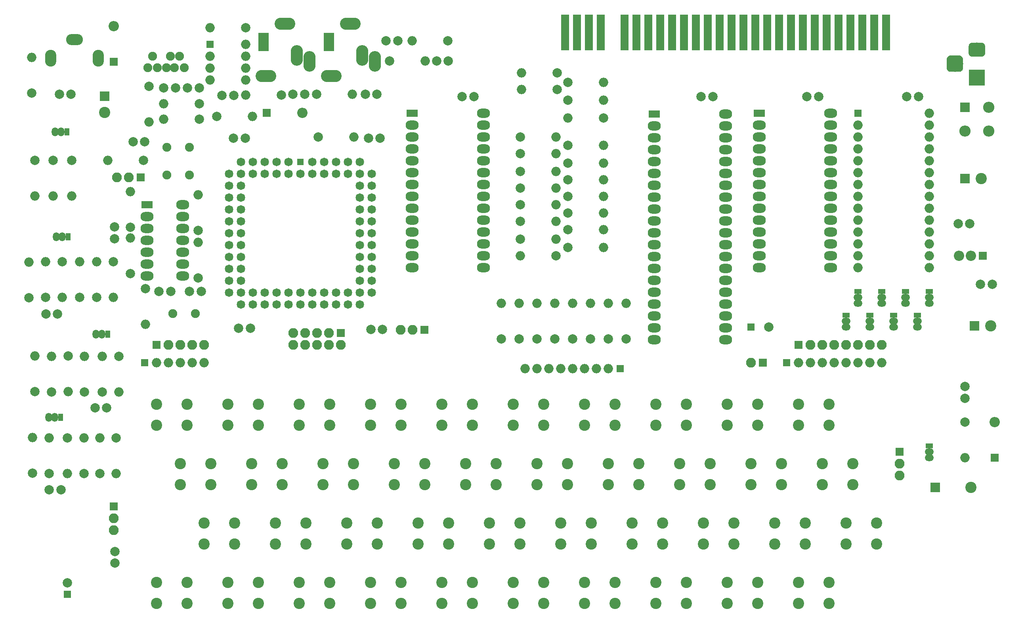
<source format=gbr>
G04 #@! TF.GenerationSoftware,KiCad,Pcbnew,5.0.0-rc2-be01b52~65~ubuntu18.04.1*
G04 #@! TF.CreationDate,2018-06-08T14:45:29+04:00*
G04 #@! TF.ProjectId,max48_ISSUE4,6D617834385F4953535545342E6B6963,rev?*
G04 #@! TF.SameCoordinates,Original*
G04 #@! TF.FileFunction,Soldermask,Bot*
G04 #@! TF.FilePolarity,Negative*
%FSLAX46Y46*%
G04 Gerber Fmt 4.6, Leading zero omitted, Abs format (unit mm)*
G04 Created by KiCad (PCBNEW 5.0.0-rc2-be01b52~65~ubuntu18.04.1) date Fri Jun  8 14:45:29 2018*
%MOMM*%
%LPD*%
G01*
G04 APERTURE LIST*
%ADD10C,1.900000*%
%ADD11R,1.778000X7.620000*%
%ADD12R,2.400000X1.600000*%
%ADD13O,2.800000X2.000000*%
%ADD14R,1.600000X1.600000*%
%ADD15C,2.000000*%
%ADD16R,1.500000X1.050000*%
%ADD17O,1.900000X1.450000*%
%ADD18C,2.400000*%
%ADD19O,2.000000X2.000000*%
%ADD20R,2.000000X2.000000*%
%ADD21O,2.400000X2.400000*%
%ADD22R,3.500000X3.500000*%
%ADD23C,0.100000*%
%ADD24C,3.000000*%
%ADD25C,3.500000*%
%ADD26R,1.800000X1.800000*%
%ADD27O,2.200000X2.200000*%
%ADD28R,2.200000X4.000000*%
%ADD29O,4.400000X2.600000*%
%ADD30O,2.600000X4.400000*%
%ADD31R,1.700000X1.700000*%
%ADD32O,2.100000X2.100000*%
%ADD33C,1.822400*%
%ADD34R,1.422400X1.422400*%
%ADD35O,1.450000X1.900000*%
%ADD36R,1.050000X1.500000*%
%ADD37O,2.398980X3.597860*%
%ADD38O,3.597860X2.398980*%
%ADD39C,1.901140*%
G04 APERTURE END LIST*
D10*
G04 #@! TO.C,Y1*
X66749000Y-57658000D03*
X61849000Y-57658000D03*
G04 #@! TD*
D11*
G04 #@! TO.C,J3*
X215592000Y-27154500D03*
X213052000Y-27154500D03*
X210512000Y-27154500D03*
X207972000Y-27154500D03*
X205432000Y-27154500D03*
X202892000Y-27154500D03*
X200352000Y-27154500D03*
X197812000Y-27154500D03*
X195272000Y-27154500D03*
X192732000Y-27154500D03*
X190192000Y-27154500D03*
X187652000Y-27154500D03*
X185112000Y-27154500D03*
X182572000Y-27154500D03*
X180032000Y-27154500D03*
X177492000Y-27154500D03*
X174952000Y-27154500D03*
X172412000Y-27154500D03*
X169872000Y-27154500D03*
X167332000Y-27154500D03*
X164792000Y-27154500D03*
X162252000Y-27154500D03*
X159712000Y-27154500D03*
X154632000Y-27154500D03*
X152092000Y-27154500D03*
X149552000Y-27154500D03*
X147012000Y-27154500D03*
G04 #@! TD*
D12*
G04 #@! TO.C,U1*
X165989000Y-44577000D03*
D13*
X181229000Y-92837000D03*
X165989000Y-47117000D03*
X181229000Y-90297000D03*
X165989000Y-49657000D03*
X181229000Y-87757000D03*
X165989000Y-52197000D03*
X181229000Y-85217000D03*
X165989000Y-54737000D03*
X181229000Y-82677000D03*
X165989000Y-57277000D03*
X181229000Y-80137000D03*
X165989000Y-59817000D03*
X181229000Y-77597000D03*
X165989000Y-62357000D03*
X181229000Y-75057000D03*
X165989000Y-64897000D03*
X181229000Y-72517000D03*
X165989000Y-67437000D03*
X181229000Y-69977000D03*
X165989000Y-69977000D03*
X181229000Y-67437000D03*
X165989000Y-72517000D03*
X181229000Y-64897000D03*
X165989000Y-75057000D03*
X181229000Y-62357000D03*
X165989000Y-77597000D03*
X181229000Y-59817000D03*
X165989000Y-80137000D03*
X181229000Y-57277000D03*
X165989000Y-82677000D03*
X181229000Y-54737000D03*
X165989000Y-85217000D03*
X181229000Y-52197000D03*
X165989000Y-87757000D03*
X181229000Y-49657000D03*
X165989000Y-90297000D03*
X181229000Y-47117000D03*
X165989000Y-92837000D03*
X181229000Y-44577000D03*
G04 #@! TD*
D14*
G04 #@! TO.C,C1*
X186690000Y-90170000D03*
D15*
X190490000Y-90170000D03*
G04 #@! TD*
D16*
G04 #@! TO.C,Q1*
X207010000Y-87630000D03*
D17*
X207010000Y-90170000D03*
X207010000Y-88900000D03*
G04 #@! TD*
G04 #@! TO.C,Q2*
X209550000Y-83820000D03*
X209550000Y-85090000D03*
D16*
X209550000Y-82550000D03*
G04 #@! TD*
G04 #@! TO.C,Q3*
X212090000Y-87630000D03*
D17*
X212090000Y-90170000D03*
X212090000Y-88900000D03*
G04 #@! TD*
G04 #@! TO.C,Q4*
X214630000Y-83820000D03*
X214630000Y-85090000D03*
D16*
X214630000Y-82550000D03*
G04 #@! TD*
G04 #@! TO.C,Q5*
X217170000Y-87630000D03*
D17*
X217170000Y-90170000D03*
X217170000Y-88900000D03*
G04 #@! TD*
G04 #@! TO.C,Q6*
X219710000Y-83820000D03*
X219710000Y-85090000D03*
D16*
X219710000Y-82550000D03*
G04 #@! TD*
G04 #@! TO.C,Q7*
X222250000Y-87630000D03*
D17*
X222250000Y-90170000D03*
X222250000Y-88900000D03*
G04 #@! TD*
G04 #@! TO.C,Q8*
X224790000Y-83820000D03*
X224790000Y-85090000D03*
D16*
X224790000Y-82550000D03*
G04 #@! TD*
D18*
G04 #@! TO.C,SW1*
X59690000Y-111180000D03*
X59690000Y-106680000D03*
X66190000Y-111180000D03*
X66190000Y-106680000D03*
G04 #@! TD*
G04 #@! TO.C,SW2*
X81430000Y-106680000D03*
X81430000Y-111180000D03*
X74930000Y-106680000D03*
X74930000Y-111180000D03*
G04 #@! TD*
G04 #@! TO.C,SW3*
X90170000Y-111180000D03*
X90170000Y-106680000D03*
X96670000Y-111180000D03*
X96670000Y-106680000D03*
G04 #@! TD*
G04 #@! TO.C,SW4*
X111910000Y-106680000D03*
X111910000Y-111180000D03*
X105410000Y-106680000D03*
X105410000Y-111180000D03*
G04 #@! TD*
G04 #@! TO.C,SW5*
X120650000Y-111180000D03*
X120650000Y-106680000D03*
X127150000Y-111180000D03*
X127150000Y-106680000D03*
G04 #@! TD*
G04 #@! TO.C,SW6*
X135890000Y-111180000D03*
X135890000Y-106680000D03*
X142390000Y-111180000D03*
X142390000Y-106680000D03*
G04 #@! TD*
G04 #@! TO.C,SW7*
X157630000Y-106680000D03*
X157630000Y-111180000D03*
X151130000Y-106680000D03*
X151130000Y-111180000D03*
G04 #@! TD*
G04 #@! TO.C,SW8*
X166370000Y-111180000D03*
X166370000Y-106680000D03*
X172870000Y-111180000D03*
X172870000Y-106680000D03*
G04 #@! TD*
G04 #@! TO.C,SW9*
X188110000Y-106680000D03*
X188110000Y-111180000D03*
X181610000Y-106680000D03*
X181610000Y-111180000D03*
G04 #@! TD*
G04 #@! TO.C,SW10*
X196850000Y-111180000D03*
X196850000Y-106680000D03*
X203350000Y-111180000D03*
X203350000Y-106680000D03*
G04 #@! TD*
G04 #@! TO.C,SW11*
X71270000Y-119380000D03*
X71270000Y-123880000D03*
X64770000Y-119380000D03*
X64770000Y-123880000D03*
G04 #@! TD*
G04 #@! TO.C,SW12*
X80010000Y-123880000D03*
X80010000Y-119380000D03*
X86510000Y-123880000D03*
X86510000Y-119380000D03*
G04 #@! TD*
G04 #@! TO.C,SW13*
X101750000Y-119380000D03*
X101750000Y-123880000D03*
X95250000Y-119380000D03*
X95250000Y-123880000D03*
G04 #@! TD*
G04 #@! TO.C,SW14*
X110490000Y-123880000D03*
X110490000Y-119380000D03*
X116990000Y-123880000D03*
X116990000Y-119380000D03*
G04 #@! TD*
G04 #@! TO.C,SW15*
X132230000Y-119380000D03*
X132230000Y-123880000D03*
X125730000Y-119380000D03*
X125730000Y-123880000D03*
G04 #@! TD*
G04 #@! TO.C,SW16*
X147470000Y-119380000D03*
X147470000Y-123880000D03*
X140970000Y-119380000D03*
X140970000Y-123880000D03*
G04 #@! TD*
G04 #@! TO.C,SW17*
X156210000Y-123880000D03*
X156210000Y-119380000D03*
X162710000Y-123880000D03*
X162710000Y-119380000D03*
G04 #@! TD*
G04 #@! TO.C,SW18*
X177950000Y-119380000D03*
X177950000Y-123880000D03*
X171450000Y-119380000D03*
X171450000Y-123880000D03*
G04 #@! TD*
G04 #@! TO.C,SW19*
X186690000Y-123880000D03*
X186690000Y-119380000D03*
X193190000Y-123880000D03*
X193190000Y-119380000D03*
G04 #@! TD*
G04 #@! TO.C,SW20*
X208430000Y-119380000D03*
X208430000Y-123880000D03*
X201930000Y-119380000D03*
X201930000Y-123880000D03*
G04 #@! TD*
G04 #@! TO.C,SW21*
X76350000Y-132080000D03*
X76350000Y-136580000D03*
X69850000Y-132080000D03*
X69850000Y-136580000D03*
G04 #@! TD*
G04 #@! TO.C,SW22*
X85090000Y-136580000D03*
X85090000Y-132080000D03*
X91590000Y-136580000D03*
X91590000Y-132080000D03*
G04 #@! TD*
G04 #@! TO.C,SW23*
X106830000Y-132080000D03*
X106830000Y-136580000D03*
X100330000Y-132080000D03*
X100330000Y-136580000D03*
G04 #@! TD*
G04 #@! TO.C,SW24*
X115570000Y-136580000D03*
X115570000Y-132080000D03*
X122070000Y-136580000D03*
X122070000Y-132080000D03*
G04 #@! TD*
G04 #@! TO.C,SW25*
X137310000Y-132080000D03*
X137310000Y-136580000D03*
X130810000Y-132080000D03*
X130810000Y-136580000D03*
G04 #@! TD*
G04 #@! TO.C,SW26*
X152550000Y-132080000D03*
X152550000Y-136580000D03*
X146050000Y-132080000D03*
X146050000Y-136580000D03*
G04 #@! TD*
G04 #@! TO.C,SW27*
X161290000Y-136580000D03*
X161290000Y-132080000D03*
X167790000Y-136580000D03*
X167790000Y-132080000D03*
G04 #@! TD*
G04 #@! TO.C,SW28*
X183030000Y-132080000D03*
X183030000Y-136580000D03*
X176530000Y-132080000D03*
X176530000Y-136580000D03*
G04 #@! TD*
G04 #@! TO.C,SW29*
X191770000Y-136580000D03*
X191770000Y-132080000D03*
X198270000Y-136580000D03*
X198270000Y-132080000D03*
G04 #@! TD*
G04 #@! TO.C,SW30*
X213510000Y-132080000D03*
X213510000Y-136580000D03*
X207010000Y-132080000D03*
X207010000Y-136580000D03*
G04 #@! TD*
G04 #@! TO.C,SW31*
X59690000Y-149280000D03*
X59690000Y-144780000D03*
X66190000Y-149280000D03*
X66190000Y-144780000D03*
G04 #@! TD*
G04 #@! TO.C,SW32*
X81430000Y-144780000D03*
X81430000Y-149280000D03*
X74930000Y-144780000D03*
X74930000Y-149280000D03*
G04 #@! TD*
G04 #@! TO.C,SW33*
X90170000Y-149280000D03*
X90170000Y-144780000D03*
X96670000Y-149280000D03*
X96670000Y-144780000D03*
G04 #@! TD*
G04 #@! TO.C,SW34*
X111910000Y-144780000D03*
X111910000Y-149280000D03*
X105410000Y-144780000D03*
X105410000Y-149280000D03*
G04 #@! TD*
G04 #@! TO.C,SW35*
X120650000Y-149280000D03*
X120650000Y-144780000D03*
X127150000Y-149280000D03*
X127150000Y-144780000D03*
G04 #@! TD*
G04 #@! TO.C,SW36*
X135890000Y-149280000D03*
X135890000Y-144780000D03*
X142390000Y-149280000D03*
X142390000Y-144780000D03*
G04 #@! TD*
G04 #@! TO.C,SW37*
X157630000Y-144780000D03*
X157630000Y-149280000D03*
X151130000Y-144780000D03*
X151130000Y-149280000D03*
G04 #@! TD*
G04 #@! TO.C,SW38*
X166370000Y-149280000D03*
X166370000Y-144780000D03*
X172870000Y-149280000D03*
X172870000Y-144780000D03*
G04 #@! TD*
G04 #@! TO.C,SW39*
X188110000Y-144780000D03*
X188110000Y-149280000D03*
X181610000Y-144780000D03*
X181610000Y-149280000D03*
G04 #@! TD*
G04 #@! TO.C,SW40*
X196850000Y-149280000D03*
X196850000Y-144780000D03*
X203350000Y-149280000D03*
X203350000Y-144780000D03*
G04 #@! TD*
D14*
G04 #@! TO.C,RN1*
X194310000Y-97790000D03*
D19*
X196850000Y-97790000D03*
X199390000Y-97790000D03*
X201930000Y-97790000D03*
X204470000Y-97790000D03*
X207010000Y-97790000D03*
X209550000Y-97790000D03*
X212090000Y-97790000D03*
X214630000Y-97790000D03*
G04 #@! TD*
D14*
G04 #@! TO.C,RN2*
X57150000Y-97790000D03*
D19*
X59690000Y-97790000D03*
X62230000Y-97790000D03*
X64770000Y-97790000D03*
X67310000Y-97790000D03*
X69850000Y-97790000D03*
G04 #@! TD*
G04 #@! TO.C,R1*
X137668000Y-39370000D03*
D15*
X145288000Y-39370000D03*
G04 #@! TD*
G04 #@! TO.C,R2*
X145288000Y-35814000D03*
D19*
X137668000Y-35814000D03*
G04 #@! TD*
G04 #@! TO.C,R3*
X155194000Y-41656000D03*
D15*
X147574000Y-41656000D03*
G04 #@! TD*
G04 #@! TO.C,R4*
X147574000Y-37846000D03*
D19*
X155194000Y-37846000D03*
G04 #@! TD*
D20*
G04 #@! TO.C,C2*
X232410000Y-58420000D03*
D18*
X235910000Y-58420000D03*
G04 #@! TD*
D15*
G04 #@! TO.C,C3*
X235712000Y-81026000D03*
X238212000Y-81026000D03*
G04 #@! TD*
D21*
G04 #@! TO.C,D1*
X237490000Y-43180000D03*
X232410000Y-48260000D03*
X237490000Y-48260000D03*
D20*
X232410000Y-43180000D03*
G04 #@! TD*
D22*
G04 #@! TO.C,J4*
X234950000Y-36830000D03*
D23*
G36*
X236023513Y-29333611D02*
X236096318Y-29344411D01*
X236167714Y-29362295D01*
X236237013Y-29387090D01*
X236303548Y-29418559D01*
X236366678Y-29456398D01*
X236425795Y-29500242D01*
X236480330Y-29549670D01*
X236529758Y-29604205D01*
X236573602Y-29663322D01*
X236611441Y-29726452D01*
X236642910Y-29792987D01*
X236667705Y-29862286D01*
X236685589Y-29933682D01*
X236696389Y-30006487D01*
X236700000Y-30080000D01*
X236700000Y-31580000D01*
X236696389Y-31653513D01*
X236685589Y-31726318D01*
X236667705Y-31797714D01*
X236642910Y-31867013D01*
X236611441Y-31933548D01*
X236573602Y-31996678D01*
X236529758Y-32055795D01*
X236480330Y-32110330D01*
X236425795Y-32159758D01*
X236366678Y-32203602D01*
X236303548Y-32241441D01*
X236237013Y-32272910D01*
X236167714Y-32297705D01*
X236096318Y-32315589D01*
X236023513Y-32326389D01*
X235950000Y-32330000D01*
X233950000Y-32330000D01*
X233876487Y-32326389D01*
X233803682Y-32315589D01*
X233732286Y-32297705D01*
X233662987Y-32272910D01*
X233596452Y-32241441D01*
X233533322Y-32203602D01*
X233474205Y-32159758D01*
X233419670Y-32110330D01*
X233370242Y-32055795D01*
X233326398Y-31996678D01*
X233288559Y-31933548D01*
X233257090Y-31867013D01*
X233232295Y-31797714D01*
X233214411Y-31726318D01*
X233203611Y-31653513D01*
X233200000Y-31580000D01*
X233200000Y-30080000D01*
X233203611Y-30006487D01*
X233214411Y-29933682D01*
X233232295Y-29862286D01*
X233257090Y-29792987D01*
X233288559Y-29726452D01*
X233326398Y-29663322D01*
X233370242Y-29604205D01*
X233419670Y-29549670D01*
X233474205Y-29500242D01*
X233533322Y-29456398D01*
X233596452Y-29418559D01*
X233662987Y-29387090D01*
X233732286Y-29362295D01*
X233803682Y-29344411D01*
X233876487Y-29333611D01*
X233950000Y-29330000D01*
X235950000Y-29330000D01*
X236023513Y-29333611D01*
X236023513Y-29333611D01*
G37*
D24*
X234950000Y-30830000D03*
D23*
G36*
X231210765Y-32084213D02*
X231295704Y-32096813D01*
X231378999Y-32117677D01*
X231459848Y-32146605D01*
X231537472Y-32183319D01*
X231611124Y-32227464D01*
X231680094Y-32278616D01*
X231743718Y-32336282D01*
X231801384Y-32399906D01*
X231852536Y-32468876D01*
X231896681Y-32542528D01*
X231933395Y-32620152D01*
X231962323Y-32701001D01*
X231983187Y-32784296D01*
X231995787Y-32869235D01*
X232000000Y-32955000D01*
X232000000Y-34705000D01*
X231995787Y-34790765D01*
X231983187Y-34875704D01*
X231962323Y-34958999D01*
X231933395Y-35039848D01*
X231896681Y-35117472D01*
X231852536Y-35191124D01*
X231801384Y-35260094D01*
X231743718Y-35323718D01*
X231680094Y-35381384D01*
X231611124Y-35432536D01*
X231537472Y-35476681D01*
X231459848Y-35513395D01*
X231378999Y-35542323D01*
X231295704Y-35563187D01*
X231210765Y-35575787D01*
X231125000Y-35580000D01*
X229375000Y-35580000D01*
X229289235Y-35575787D01*
X229204296Y-35563187D01*
X229121001Y-35542323D01*
X229040152Y-35513395D01*
X228962528Y-35476681D01*
X228888876Y-35432536D01*
X228819906Y-35381384D01*
X228756282Y-35323718D01*
X228698616Y-35260094D01*
X228647464Y-35191124D01*
X228603319Y-35117472D01*
X228566605Y-35039848D01*
X228537677Y-34958999D01*
X228516813Y-34875704D01*
X228504213Y-34790765D01*
X228500000Y-34705000D01*
X228500000Y-32955000D01*
X228504213Y-32869235D01*
X228516813Y-32784296D01*
X228537677Y-32701001D01*
X228566605Y-32620152D01*
X228603319Y-32542528D01*
X228647464Y-32468876D01*
X228698616Y-32399906D01*
X228756282Y-32336282D01*
X228819906Y-32278616D01*
X228888876Y-32227464D01*
X228962528Y-32183319D01*
X229040152Y-32146605D01*
X229121001Y-32117677D01*
X229204296Y-32096813D01*
X229289235Y-32084213D01*
X229375000Y-32080000D01*
X231125000Y-32080000D01*
X231210765Y-32084213D01*
X231210765Y-32084213D01*
G37*
D25*
X230250000Y-33830000D03*
G04 #@! TD*
D26*
G04 #@! TO.C,U2*
X236220000Y-74930000D03*
D27*
X233680000Y-74930000D03*
X231140000Y-74930000D03*
G04 #@! TD*
D28*
G04 #@! TO.C,J5*
X82550000Y-29210000D03*
D29*
X83050000Y-36510000D03*
D30*
X89650000Y-32110000D03*
X92350000Y-33310000D03*
D29*
X87150000Y-25310000D03*
G04 #@! TD*
G04 #@! TO.C,J6*
X101120000Y-25310000D03*
D30*
X106320000Y-33310000D03*
X103620000Y-32110000D03*
D29*
X97020000Y-36510000D03*
D28*
X96520000Y-29210000D03*
G04 #@! TD*
D31*
G04 #@! TO.C,J8*
X189230000Y-97790000D03*
D32*
X186690000Y-97790000D03*
G04 #@! TD*
D15*
G04 #@! TO.C,C4*
X232410000Y-102870000D03*
X232410000Y-105370000D03*
G04 #@! TD*
D31*
G04 #@! TO.C,J9*
X218440000Y-116840000D03*
D32*
X218440000Y-119380000D03*
X218440000Y-121920000D03*
G04 #@! TD*
D20*
G04 #@! TO.C,LS1*
X226060000Y-124460000D03*
D18*
X233660000Y-124460000D03*
G04 #@! TD*
D17*
G04 #@! TO.C,Q9*
X224790000Y-116840000D03*
X224790000Y-118110000D03*
D16*
X224790000Y-115570000D03*
G04 #@! TD*
D15*
G04 #@! TO.C,R5*
X232410000Y-110490000D03*
D19*
X232410000Y-118110000D03*
G04 #@! TD*
D14*
G04 #@! TO.C,RN3*
X158750000Y-99060000D03*
D19*
X156210000Y-99060000D03*
X153670000Y-99060000D03*
X151130000Y-99060000D03*
X148590000Y-99060000D03*
X146050000Y-99060000D03*
X143510000Y-99060000D03*
X140970000Y-99060000D03*
X138430000Y-99060000D03*
G04 #@! TD*
D14*
G04 #@! TO.C,U3*
X209550000Y-44450000D03*
D19*
X224790000Y-77470000D03*
X209550000Y-46990000D03*
X224790000Y-74930000D03*
X209550000Y-49530000D03*
X224790000Y-72390000D03*
X209550000Y-52070000D03*
X224790000Y-69850000D03*
X209550000Y-54610000D03*
X224790000Y-67310000D03*
X209550000Y-57150000D03*
X224790000Y-64770000D03*
X209550000Y-59690000D03*
X224790000Y-62230000D03*
X209550000Y-62230000D03*
X224790000Y-59690000D03*
X209550000Y-64770000D03*
X224790000Y-57150000D03*
X209550000Y-67310000D03*
X224790000Y-54610000D03*
X209550000Y-69850000D03*
X224790000Y-52070000D03*
X209550000Y-72390000D03*
X224790000Y-49530000D03*
X209550000Y-74930000D03*
X224790000Y-46990000D03*
X209550000Y-77470000D03*
X224790000Y-44450000D03*
G04 #@! TD*
D15*
G04 #@! TO.C,R6*
X137414000Y-49530000D03*
D19*
X145034000Y-49530000D03*
G04 #@! TD*
G04 #@! TO.C,R7*
X160020000Y-85090000D03*
D15*
X160020000Y-92710000D03*
G04 #@! TD*
G04 #@! TO.C,R8*
X147574000Y-51308000D03*
D19*
X155194000Y-51308000D03*
G04 #@! TD*
D15*
G04 #@! TO.C,R9*
X156210000Y-92710000D03*
D19*
X156210000Y-85090000D03*
G04 #@! TD*
G04 #@! TO.C,R10*
X145034000Y-53086000D03*
D15*
X137414000Y-53086000D03*
G04 #@! TD*
D19*
G04 #@! TO.C,R11*
X152400000Y-85090000D03*
D15*
X152400000Y-92710000D03*
G04 #@! TD*
G04 #@! TO.C,R12*
X147574000Y-55118000D03*
D19*
X155194000Y-55118000D03*
G04 #@! TD*
D15*
G04 #@! TO.C,R13*
X148590000Y-92710000D03*
D19*
X148590000Y-85090000D03*
G04 #@! TD*
G04 #@! TO.C,R14*
X145034000Y-56896000D03*
D15*
X137414000Y-56896000D03*
G04 #@! TD*
D19*
G04 #@! TO.C,R15*
X144780000Y-85090000D03*
D15*
X144780000Y-92710000D03*
G04 #@! TD*
G04 #@! TO.C,R16*
X147574000Y-58674000D03*
D19*
X155194000Y-58674000D03*
G04 #@! TD*
D15*
G04 #@! TO.C,R17*
X140970000Y-92710000D03*
D19*
X140970000Y-85090000D03*
G04 #@! TD*
G04 #@! TO.C,R18*
X145034000Y-60452000D03*
D15*
X137414000Y-60452000D03*
G04 #@! TD*
D19*
G04 #@! TO.C,R19*
X137160000Y-85090000D03*
D15*
X137160000Y-92710000D03*
G04 #@! TD*
G04 #@! TO.C,R20*
X147574000Y-62230000D03*
D19*
X155194000Y-62230000D03*
G04 #@! TD*
D15*
G04 #@! TO.C,R21*
X133350000Y-92710000D03*
D19*
X133350000Y-85090000D03*
G04 #@! TD*
G04 #@! TO.C,R22*
X145034000Y-64008000D03*
D15*
X137414000Y-64008000D03*
G04 #@! TD*
D19*
G04 #@! TO.C,R23*
X155194000Y-65786000D03*
D15*
X147574000Y-65786000D03*
G04 #@! TD*
D19*
G04 #@! TO.C,R24*
X145034000Y-67564000D03*
D15*
X137414000Y-67564000D03*
G04 #@! TD*
G04 #@! TO.C,R25*
X147574000Y-69342000D03*
D19*
X155194000Y-69342000D03*
G04 #@! TD*
G04 #@! TO.C,R26*
X145034000Y-71374000D03*
D15*
X137414000Y-71374000D03*
G04 #@! TD*
G04 #@! TO.C,R27*
X147574000Y-73152000D03*
D19*
X155194000Y-73152000D03*
G04 #@! TD*
D15*
G04 #@! TO.C,C5*
X50673000Y-71247000D03*
X50673000Y-68747000D03*
G04 #@! TD*
D31*
G04 #@! TO.C,J10*
X99060000Y-91440000D03*
D32*
X99060000Y-93980000D03*
X96520000Y-91440000D03*
X96520000Y-93980000D03*
X93980000Y-91440000D03*
X93980000Y-93980000D03*
X91440000Y-91440000D03*
X91440000Y-93980000D03*
X88900000Y-91440000D03*
X88900000Y-93980000D03*
G04 #@! TD*
D15*
G04 #@! TO.C,R28*
X94234000Y-49530000D03*
D19*
X101854000Y-49530000D03*
G04 #@! TD*
G04 #@! TO.C,R29*
X54102000Y-61214000D03*
D15*
X54102000Y-68834000D03*
G04 #@! TD*
G04 #@! TO.C,R30*
X54102000Y-78740000D03*
D19*
X54102000Y-71120000D03*
G04 #@! TD*
D12*
G04 #@! TO.C,U6*
X57658000Y-64008000D03*
D13*
X65278000Y-79248000D03*
X57658000Y-66548000D03*
X65278000Y-76708000D03*
X57658000Y-69088000D03*
X65278000Y-74168000D03*
X57658000Y-71628000D03*
X65278000Y-71628000D03*
X57658000Y-74168000D03*
X65278000Y-69088000D03*
X57658000Y-76708000D03*
X65278000Y-66548000D03*
X57658000Y-79248000D03*
X65278000Y-64008000D03*
G04 #@! TD*
D33*
G04 #@! TO.C,U7*
X90424000Y-57404000D03*
X87884000Y-57404000D03*
X85344000Y-57404000D03*
X82804000Y-57404000D03*
X80264000Y-57404000D03*
X92964000Y-57404000D03*
X95504000Y-57404000D03*
X98044000Y-57404000D03*
X100584000Y-57404000D03*
X103124000Y-57404000D03*
X105664000Y-57404000D03*
D34*
X90424000Y-54864000D03*
D33*
X87884000Y-54864000D03*
X85344000Y-54864000D03*
X82804000Y-54864000D03*
X80264000Y-54864000D03*
X77724000Y-54864000D03*
X92964000Y-54864000D03*
X95504000Y-54864000D03*
X98044000Y-54864000D03*
X100584000Y-54864000D03*
X103124000Y-54864000D03*
X77724000Y-57404000D03*
X77724000Y-59944000D03*
X77724000Y-62484000D03*
X77724000Y-65024000D03*
X77724000Y-67564000D03*
X77724000Y-70104000D03*
X77724000Y-72644000D03*
X77724000Y-75184000D03*
X77724000Y-77724000D03*
X77724000Y-80264000D03*
X75184000Y-57404000D03*
X75184000Y-59944000D03*
X75184000Y-62484000D03*
X75184000Y-65024000D03*
X75184000Y-67564000D03*
X75184000Y-70104000D03*
X75184000Y-72644000D03*
X75184000Y-75184000D03*
X75184000Y-77724000D03*
X75184000Y-80264000D03*
X75184000Y-82804000D03*
X77724000Y-82804000D03*
X80264000Y-82804000D03*
X82804000Y-82804000D03*
X85344000Y-82804000D03*
X87884000Y-82804000D03*
X90424000Y-82804000D03*
X92964000Y-82804000D03*
X95504000Y-82804000D03*
X98044000Y-82804000D03*
X100584000Y-82804000D03*
X77724000Y-85344000D03*
X80264000Y-85344000D03*
X82804000Y-85344000D03*
X85344000Y-85344000D03*
X87884000Y-85344000D03*
X90424000Y-85344000D03*
X92964000Y-85344000D03*
X95504000Y-85344000D03*
X98044000Y-85344000D03*
X100584000Y-85344000D03*
X103124000Y-85344000D03*
X103124000Y-82804000D03*
X103124000Y-80264000D03*
X103124000Y-77724000D03*
X103124000Y-75184000D03*
X103124000Y-72644000D03*
X103124000Y-70104000D03*
X103124000Y-67564000D03*
X103124000Y-65024000D03*
X103124000Y-62484000D03*
X103124000Y-59944000D03*
X105664000Y-82804000D03*
X105664000Y-80264000D03*
X105664000Y-77724000D03*
X105664000Y-75184000D03*
X105664000Y-72644000D03*
X105664000Y-70104000D03*
X105664000Y-67564000D03*
X105664000Y-65024000D03*
X105664000Y-62484000D03*
X105664000Y-59944000D03*
G04 #@! TD*
D15*
G04 #@! TO.C,C6*
X233426000Y-68072000D03*
X230926000Y-68072000D03*
G04 #@! TD*
D20*
G04 #@! TO.C,C7*
X234442000Y-89916000D03*
D18*
X237942000Y-89916000D03*
G04 #@! TD*
D19*
G04 #@! TO.C,R31*
X137414000Y-74930000D03*
D15*
X145034000Y-74930000D03*
G04 #@! TD*
G04 #@! TO.C,R32*
X155194000Y-45466000D03*
D19*
X147574000Y-45466000D03*
G04 #@! TD*
D15*
G04 #@! TO.C,C8*
X198628000Y-40894000D03*
X201128000Y-40894000D03*
G04 #@! TD*
G04 #@! TO.C,C9*
X105450000Y-90678000D03*
X107950000Y-90678000D03*
G04 #@! TD*
G04 #@! TO.C,C10*
X222464000Y-40894000D03*
X219964000Y-40894000D03*
G04 #@! TD*
G04 #@! TO.C,C11*
X176022000Y-40894000D03*
X178522000Y-40894000D03*
G04 #@! TD*
G04 #@! TO.C,C12*
X124968000Y-40894000D03*
X127468000Y-40894000D03*
G04 #@! TD*
G04 #@! TO.C,C13*
X76160000Y-40640000D03*
X73660000Y-40640000D03*
G04 #@! TD*
G04 #@! TO.C,C14*
X66294000Y-38989000D03*
X68794000Y-38989000D03*
G04 #@! TD*
G04 #@! TO.C,C15*
X91313000Y-40386000D03*
X88813000Y-40386000D03*
G04 #@! TD*
G04 #@! TO.C,C16*
X106767000Y-40386000D03*
X104267000Y-40386000D03*
G04 #@! TD*
G04 #@! TO.C,C17*
X111212000Y-28956000D03*
X108712000Y-28956000D03*
G04 #@! TD*
G04 #@! TO.C,C18*
X119507000Y-33274000D03*
X122007000Y-33274000D03*
G04 #@! TD*
G04 #@! TO.C,C19*
X61214000Y-38989000D03*
X63714000Y-38989000D03*
G04 #@! TD*
D19*
G04 #@! TO.C,R33*
X101473000Y-40386000D03*
D15*
X93853000Y-40386000D03*
G04 #@! TD*
G04 #@! TO.C,R34*
X86360000Y-40513000D03*
D19*
X78740000Y-40513000D03*
G04 #@! TD*
G04 #@! TO.C,R35*
X71120000Y-26162000D03*
D15*
X78740000Y-26162000D03*
G04 #@! TD*
G04 #@! TO.C,R36*
X109474000Y-33274000D03*
D19*
X117094000Y-33274000D03*
G04 #@! TD*
G04 #@! TO.C,R37*
X114300000Y-28956000D03*
D15*
X121920000Y-28956000D03*
G04 #@! TD*
G04 #@! TO.C,R38*
X68834000Y-42418000D03*
D19*
X61214000Y-42418000D03*
G04 #@! TD*
D15*
G04 #@! TO.C,R39*
X68834000Y-45720000D03*
D19*
X61214000Y-45720000D03*
G04 #@! TD*
D14*
G04 #@! TO.C,U8*
X71120000Y-29718000D03*
D19*
X78740000Y-37338000D03*
X71120000Y-32258000D03*
X78740000Y-34798000D03*
X71120000Y-34798000D03*
X78740000Y-32258000D03*
X71120000Y-37338000D03*
X78740000Y-29718000D03*
G04 #@! TD*
D15*
G04 #@! TO.C,C20*
X77216000Y-90424000D03*
X79716000Y-90424000D03*
G04 #@! TD*
G04 #@! TO.C,C21*
X107442000Y-49784000D03*
X104942000Y-49784000D03*
G04 #@! TD*
G04 #@! TO.C,C22*
X76113000Y-49784000D03*
X78613000Y-49784000D03*
G04 #@! TD*
G04 #@! TO.C,C23*
X69215000Y-82550000D03*
X66715000Y-82550000D03*
G04 #@! TD*
G04 #@! TO.C,C24*
X54650000Y-50546000D03*
X57150000Y-50546000D03*
G04 #@! TD*
D19*
G04 #@! TO.C,R40*
X57277000Y-89535000D03*
D15*
X57277000Y-81915000D03*
G04 #@! TD*
D19*
G04 #@! TO.C,R41*
X68580000Y-72009000D03*
D15*
X68580000Y-79629000D03*
G04 #@! TD*
G04 #@! TO.C,R42*
X68580000Y-69469000D03*
D19*
X68580000Y-61849000D03*
G04 #@! TD*
D15*
G04 #@! TO.C,R43*
X56896000Y-54483000D03*
D19*
X49276000Y-54483000D03*
G04 #@! TD*
D10*
G04 #@! TO.C,Y2*
X63119000Y-87249000D03*
X68019000Y-87249000D03*
G04 #@! TD*
G04 #@! TO.C,Y3*
X66749000Y-51689000D03*
X61849000Y-51689000D03*
G04 #@! TD*
D15*
G04 #@! TO.C,C25*
X60198000Y-82550000D03*
X62698000Y-82550000D03*
G04 #@! TD*
D31*
G04 #@! TO.C,J1*
X59690000Y-93980000D03*
D32*
X62230000Y-93980000D03*
X64770000Y-93980000D03*
X67310000Y-93980000D03*
X69850000Y-93980000D03*
G04 #@! TD*
D31*
G04 #@! TO.C,J2*
X196850000Y-93980000D03*
D32*
X199390000Y-93980000D03*
X201930000Y-93980000D03*
X204470000Y-93980000D03*
X207010000Y-93980000D03*
X209550000Y-93980000D03*
X212090000Y-93980000D03*
X214630000Y-93980000D03*
G04 #@! TD*
D31*
G04 #@! TO.C,J11*
X56261000Y-58166000D03*
D32*
X53721000Y-58166000D03*
X51181000Y-58166000D03*
G04 #@! TD*
D15*
G04 #@! TO.C,C26*
X50787300Y-140625000D03*
X50787300Y-138125000D03*
G04 #@! TD*
D14*
G04 #@! TO.C,C27*
X40640000Y-147320000D03*
D15*
X40640000Y-144820000D03*
G04 #@! TD*
G04 #@! TO.C,C28*
X36019100Y-87376000D03*
X38519100Y-87376000D03*
G04 #@! TD*
D20*
G04 #@! TO.C,C29*
X48564800Y-40779700D03*
D18*
X48564800Y-44279700D03*
G04 #@! TD*
D15*
G04 #@! TO.C,C30*
X49022000Y-107442000D03*
X46522000Y-107442000D03*
G04 #@! TD*
G04 #@! TO.C,C31*
X41402000Y-40386000D03*
X38902000Y-40386000D03*
G04 #@! TD*
G04 #@! TO.C,C32*
X39268400Y-124930000D03*
X36768400Y-124930000D03*
G04 #@! TD*
D26*
G04 #@! TO.C,D4*
X50546000Y-33401000D03*
D27*
X50546000Y-25781000D03*
G04 #@! TD*
D32*
G04 #@! TO.C,J13*
X50520600Y-133604000D03*
X50520600Y-131064000D03*
D31*
X50520600Y-128524000D03*
G04 #@! TD*
G04 #@! TO.C,J14*
X116916000Y-90792300D03*
D32*
X114376000Y-90792300D03*
X111836000Y-90792300D03*
G04 #@! TD*
D35*
G04 #@! TO.C,Q10*
X39535100Y-70866000D03*
X38265100Y-70866000D03*
D36*
X40805100Y-70866000D03*
G04 #@! TD*
G04 #@! TO.C,Q11*
X49276000Y-91694000D03*
D35*
X46736000Y-91694000D03*
X48006000Y-91694000D03*
G04 #@! TD*
G04 #@! TO.C,Q12*
X37909500Y-109449000D03*
X36639500Y-109449000D03*
D36*
X39179500Y-109449000D03*
G04 #@! TD*
G04 #@! TO.C,Q13*
X40513000Y-48387000D03*
D35*
X37973000Y-48387000D03*
X39243000Y-48387000D03*
G04 #@! TD*
D15*
G04 #@! TO.C,R44*
X46901100Y-83820000D03*
D19*
X46901100Y-76200000D03*
G04 #@! TD*
G04 #@! TO.C,R45*
X48094900Y-96406000D03*
D15*
X48094900Y-104026000D03*
G04 #@! TD*
G04 #@! TO.C,R46*
X43218100Y-83820000D03*
D19*
X43218100Y-76200000D03*
G04 #@! TD*
G04 #@! TO.C,R47*
X35979100Y-76200000D03*
D15*
X35979100Y-83820000D03*
G04 #@! TD*
D19*
G04 #@! TO.C,R48*
X44284900Y-96406000D03*
D15*
X44284900Y-104026000D03*
G04 #@! TD*
D19*
G04 #@! TO.C,R49*
X33020000Y-32512000D03*
D15*
X33020000Y-40132000D03*
G04 #@! TD*
G04 #@! TO.C,R50*
X37236400Y-104026000D03*
D19*
X37236400Y-96406000D03*
G04 #@! TD*
D15*
G04 #@! TO.C,R51*
X44196000Y-121476000D03*
D19*
X44196000Y-113856000D03*
G04 #@! TD*
G04 #@! TO.C,R52*
X36728400Y-113881000D03*
D15*
X36728400Y-121501000D03*
G04 #@! TD*
G04 #@! TO.C,R53*
X50457100Y-76200000D03*
D19*
X50457100Y-83820000D03*
G04 #@! TD*
G04 #@! TO.C,R54*
X51650900Y-104025700D03*
D15*
X51650900Y-96405700D03*
G04 #@! TD*
D19*
G04 #@! TO.C,R55*
X51003200Y-121450000D03*
D15*
X51003200Y-113830000D03*
G04 #@! TD*
G04 #@! TO.C,R56*
X39509700Y-76149200D03*
D19*
X39509700Y-83769200D03*
G04 #@! TD*
G04 #@! TO.C,R57*
X40767000Y-103974900D03*
D15*
X40767000Y-96354900D03*
G04 #@! TD*
G04 #@! TO.C,R58*
X40665400Y-113881000D03*
D19*
X40665400Y-121501000D03*
G04 #@! TD*
D15*
G04 #@! TO.C,R59*
X32448500Y-83870800D03*
D19*
X32448500Y-76250800D03*
G04 #@! TD*
G04 #@! TO.C,R60*
X33655000Y-96368000D03*
D15*
X33655000Y-103988000D03*
G04 #@! TD*
G04 #@! TO.C,R61*
X58039000Y-38658800D03*
D19*
X58039000Y-46278800D03*
G04 #@! TD*
G04 #@! TO.C,R62*
X80149700Y-45135800D03*
D15*
X72529700Y-45135800D03*
G04 #@! TD*
D19*
G04 #@! TO.C,R63*
X33655000Y-62103000D03*
D15*
X33655000Y-54483000D03*
G04 #@! TD*
G04 #@! TO.C,R64*
X33172400Y-121387000D03*
D19*
X33172400Y-113767000D03*
G04 #@! TD*
D15*
G04 #@! TO.C,R65*
X37592000Y-54483000D03*
D19*
X37592000Y-62103000D03*
G04 #@! TD*
G04 #@! TO.C,R66*
X41529000Y-62103000D03*
D15*
X41529000Y-54483000D03*
G04 #@! TD*
G04 #@! TO.C,R67*
X47586900Y-121476000D03*
D19*
X47586900Y-113856000D03*
G04 #@! TD*
D26*
G04 #@! TO.C,D2*
X238760000Y-118110000D03*
D27*
X238760000Y-110490000D03*
G04 #@! TD*
G04 #@! TO.C,D3*
X90830400Y-44323000D03*
D26*
X83210400Y-44323000D03*
G04 #@! TD*
D37*
G04 #@! TO.C,J7*
X37109400Y-32699960D03*
D38*
X42164000Y-28702000D03*
D37*
X47218600Y-32699960D03*
G04 #@! TD*
D39*
G04 #@! TO.C,J12*
X64622680Y-32224980D03*
X62621160Y-32224980D03*
X58821320Y-32224980D03*
X61821060Y-34726880D03*
X59822080Y-34726880D03*
X65620900Y-34726880D03*
X63522860Y-34726880D03*
X57823100Y-34726880D03*
G04 #@! TD*
D12*
G04 #@! TO.C,U4*
X114300000Y-44450000D03*
D13*
X129540000Y-77470000D03*
X114300000Y-46990000D03*
X129540000Y-74930000D03*
X114300000Y-49530000D03*
X129540000Y-72390000D03*
X114300000Y-52070000D03*
X129540000Y-69850000D03*
X114300000Y-54610000D03*
X129540000Y-67310000D03*
X114300000Y-57150000D03*
X129540000Y-64770000D03*
X114300000Y-59690000D03*
X129540000Y-62230000D03*
X114300000Y-62230000D03*
X129540000Y-59690000D03*
X114300000Y-64770000D03*
X129540000Y-57150000D03*
X114300000Y-67310000D03*
X129540000Y-54610000D03*
X114300000Y-69850000D03*
X129540000Y-52070000D03*
X114300000Y-72390000D03*
X129540000Y-49530000D03*
X114300000Y-74930000D03*
X129540000Y-46990000D03*
X114300000Y-77470000D03*
X129540000Y-44450000D03*
G04 #@! TD*
G04 #@! TO.C,U5*
X203708000Y-44450000D03*
X188468000Y-77470000D03*
X203708000Y-46990000D03*
X188468000Y-74930000D03*
X203708000Y-49530000D03*
X188468000Y-72390000D03*
X203708000Y-52070000D03*
X188468000Y-69850000D03*
X203708000Y-54610000D03*
X188468000Y-67310000D03*
X203708000Y-57150000D03*
X188468000Y-64770000D03*
X203708000Y-59690000D03*
X188468000Y-62230000D03*
X203708000Y-62230000D03*
X188468000Y-59690000D03*
X203708000Y-64770000D03*
X188468000Y-57150000D03*
X203708000Y-67310000D03*
X188468000Y-54610000D03*
X203708000Y-69850000D03*
X188468000Y-52070000D03*
X203708000Y-72390000D03*
X188468000Y-49530000D03*
X203708000Y-74930000D03*
X188468000Y-46990000D03*
X203708000Y-77470000D03*
D12*
X188468000Y-44450000D03*
G04 #@! TD*
M02*

</source>
